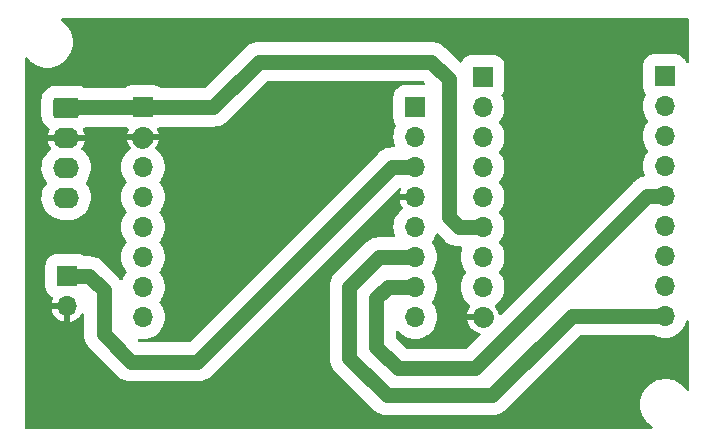
<source format=gbr>
%TF.GenerationSoftware,KiCad,Pcbnew,7.0.11-7.0.11~ubuntu22.04.1*%
%TF.CreationDate,2024-11-08T22:36:37-03:00*%
%TF.ProjectId,esp32cam_board,65737033-3263-4616-9d5f-626f6172642e,rev?*%
%TF.SameCoordinates,Original*%
%TF.FileFunction,Copper,L2,Bot*%
%TF.FilePolarity,Positive*%
%FSLAX46Y46*%
G04 Gerber Fmt 4.6, Leading zero omitted, Abs format (unit mm)*
G04 Created by KiCad (PCBNEW 7.0.11-7.0.11~ubuntu22.04.1) date 2024-11-08 22:36:37*
%MOMM*%
%LPD*%
G01*
G04 APERTURE LIST*
G04 Aperture macros list*
%AMRoundRect*
0 Rectangle with rounded corners*
0 $1 Rounding radius*
0 $2 $3 $4 $5 $6 $7 $8 $9 X,Y pos of 4 corners*
0 Add a 4 corners polygon primitive as box body*
4,1,4,$2,$3,$4,$5,$6,$7,$8,$9,$2,$3,0*
0 Add four circle primitives for the rounded corners*
1,1,$1+$1,$2,$3*
1,1,$1+$1,$4,$5*
1,1,$1+$1,$6,$7*
1,1,$1+$1,$8,$9*
0 Add four rect primitives between the rounded corners*
20,1,$1+$1,$2,$3,$4,$5,0*
20,1,$1+$1,$4,$5,$6,$7,0*
20,1,$1+$1,$6,$7,$8,$9,0*
20,1,$1+$1,$8,$9,$2,$3,0*%
G04 Aperture macros list end*
%TA.AperFunction,ComponentPad*%
%ADD10R,1.700000X1.700000*%
%TD*%
%TA.AperFunction,ComponentPad*%
%ADD11O,1.700000X1.700000*%
%TD*%
%TA.AperFunction,ComponentPad*%
%ADD12RoundRect,0.250000X-0.845000X0.620000X-0.845000X-0.620000X0.845000X-0.620000X0.845000X0.620000X0*%
%TD*%
%TA.AperFunction,ComponentPad*%
%ADD13O,2.190000X1.740000*%
%TD*%
%TA.AperFunction,Conductor*%
%ADD14C,0.200000*%
%TD*%
%TA.AperFunction,Conductor*%
%ADD15C,1.300000*%
%TD*%
%TA.AperFunction,Conductor*%
%ADD16C,1.000000*%
%TD*%
%TA.AperFunction,Conductor*%
%ADD17C,1.750000*%
%TD*%
G04 APERTURE END LIST*
D10*
%TO.P,J5,1,Pin_1*%
%TO.N,unconnected-(J5-Pin_1-Pad1)*%
X122450000Y-73550000D03*
D11*
%TO.P,J5,2,Pin_2*%
%TO.N,unconnected-(J5-Pin_2-Pad2)*%
X122450000Y-76090000D03*
%TO.P,J5,3,Pin_3*%
%TO.N,Net-(J5-Pin_3)*%
X122450000Y-78630000D03*
%TO.P,J5,4,Pin_4*%
%TO.N,GND*%
X122450000Y-81170000D03*
%TO.P,J5,5,Pin_5*%
%TO.N,unconnected-(J5-Pin_5-Pad5)*%
X122450000Y-83710000D03*
%TO.P,J5,6,Pin_6*%
%TO.N,Net-(J3-Pin_9)*%
X122450000Y-86250000D03*
%TO.P,J5,7,Pin_7*%
%TO.N,Net-(J3-Pin_5)*%
X122450000Y-88790000D03*
%TO.P,J5,8,Pin_8*%
%TO.N,unconnected-(J5-Pin_8-Pad8)*%
X122450000Y-91330000D03*
%TD*%
D10*
%TO.P,J6,1,Pin_1*%
%TO.N,Net-(J5-Pin_3)*%
X92990000Y-87855000D03*
D11*
%TO.P,J6,2,Pin_2*%
%TO.N,GND*%
X92990000Y-90395000D03*
%TD*%
D10*
%TO.P,J4,1,Pin_1*%
%TO.N,Net-(J1-Pin_1)*%
X99400000Y-73570000D03*
D11*
%TO.P,J4,2,Pin_2*%
%TO.N,GND*%
X99400000Y-76110000D03*
%TO.P,J4,3,Pin_3*%
%TO.N,unconnected-(J4-Pin_3-Pad3)*%
X99400000Y-78650000D03*
%TO.P,J4,4,Pin_4*%
%TO.N,unconnected-(J4-Pin_4-Pad4)*%
X99400000Y-81190000D03*
%TO.P,J4,5,Pin_5*%
%TO.N,unconnected-(J4-Pin_5-Pad5)*%
X99400000Y-83730000D03*
%TO.P,J4,6,Pin_6*%
%TO.N,unconnected-(J4-Pin_6-Pad6)*%
X99400000Y-86270000D03*
%TO.P,J4,7,Pin_7*%
%TO.N,unconnected-(J4-Pin_7-Pad7)*%
X99400000Y-88810000D03*
%TO.P,J4,8,Pin_8*%
%TO.N,unconnected-(J4-Pin_8-Pad8)*%
X99400000Y-91350000D03*
%TD*%
D10*
%TO.P,J2,1,Pin_1*%
%TO.N,unconnected-(J2-Pin_1-Pad1)*%
X128150000Y-71000000D03*
D11*
%TO.P,J2,2,Pin_2*%
%TO.N,unconnected-(J2-Pin_2-Pad2)*%
X128150000Y-73540000D03*
%TO.P,J2,3,Pin_3*%
%TO.N,unconnected-(J2-Pin_3-Pad3)*%
X128150000Y-76080000D03*
%TO.P,J2,4,Pin_4*%
%TO.N,unconnected-(J2-Pin_4-Pad4)*%
X128150000Y-78620000D03*
%TO.P,J2,5,Pin_5*%
%TO.N,unconnected-(J2-Pin_5-Pad5)*%
X128150000Y-81160000D03*
%TO.P,J2,6,Pin_6*%
%TO.N,Net-(J1-Pin_1)*%
X128150000Y-83700000D03*
%TO.P,J2,7,Pin_7*%
%TO.N,unconnected-(J2-Pin_7-Pad7)*%
X128150000Y-86240000D03*
%TO.P,J2,8,Pin_8*%
%TO.N,unconnected-(J2-Pin_8-Pad8)*%
X128150000Y-88780000D03*
%TO.P,J2,9,Pin_9*%
%TO.N,GND*%
X128150000Y-91320000D03*
%TD*%
D10*
%TO.P,J3,1,Pin_1*%
%TO.N,unconnected-(J3-Pin_1-Pad1)*%
X143585000Y-70930000D03*
D11*
%TO.P,J3,2,Pin_2*%
%TO.N,unconnected-(J3-Pin_2-Pad2)*%
X143585000Y-73470000D03*
%TO.P,J3,3,Pin_3*%
%TO.N,unconnected-(J3-Pin_3-Pad3)*%
X143585000Y-76010000D03*
%TO.P,J3,4,Pin_4*%
%TO.N,unconnected-(J3-Pin_4-Pad4)*%
X143585000Y-78550000D03*
%TO.P,J3,5,Pin_5*%
%TO.N,Net-(J3-Pin_5)*%
X143585000Y-81090000D03*
%TO.P,J3,6,Pin_6*%
%TO.N,unconnected-(J3-Pin_6-Pad6)*%
X143585000Y-83630000D03*
%TO.P,J3,7,Pin_7*%
%TO.N,unconnected-(J3-Pin_7-Pad7)*%
X143585000Y-86170000D03*
%TO.P,J3,8,Pin_8*%
%TO.N,unconnected-(J3-Pin_8-Pad8)*%
X143585000Y-88710000D03*
%TO.P,J3,9,Pin_9*%
%TO.N,Net-(J3-Pin_9)*%
X143585000Y-91250000D03*
%TD*%
D12*
%TO.P,J1,1,Pin_1*%
%TO.N,Net-(J1-Pin_1)*%
X92900000Y-73620000D03*
D13*
%TO.P,J1,2,Pin_2*%
%TO.N,GND*%
X92900000Y-76160000D03*
%TO.P,J1,3,Pin_3*%
%TO.N,unconnected-(J1-Pin_3-Pad3)*%
X92900000Y-78700000D03*
%TO.P,J1,4,Pin_4*%
%TO.N,unconnected-(J1-Pin_4-Pad4)*%
X92900000Y-81240000D03*
%TD*%
D14*
%TO.N,Net-(J1-Pin_1)*%
X99433200Y-73685400D02*
X99583900Y-73534700D01*
D15*
X92900000Y-73620000D02*
X92950000Y-73570000D01*
X92950000Y-73570000D02*
X99400000Y-73570000D01*
D16*
X127366598Y-83700000D02*
X128150000Y-83700000D01*
D15*
X105360000Y-73570000D02*
X109220000Y-69710000D01*
X123820000Y-69710000D02*
X125280000Y-71170000D01*
X99400000Y-73570000D02*
X105360000Y-73570000D01*
X125280000Y-82830000D02*
X126150000Y-83700000D01*
D16*
X99350000Y-73620000D02*
X99400000Y-73570000D01*
D15*
X126150000Y-83700000D02*
X127366598Y-83700000D01*
X109220000Y-69710000D02*
X123820000Y-69710000D01*
X125280000Y-71170000D02*
X125280000Y-82830000D01*
D17*
%TO.N,GND*%
X99350000Y-76160000D02*
X99400000Y-76110000D01*
X128144700Y-91314700D02*
X128150000Y-91320000D01*
D14*
X99433200Y-76225400D02*
X99583900Y-76074700D01*
D15*
%TO.N,Net-(J3-Pin_5)*%
X127480000Y-95680000D02*
X142070000Y-81090000D01*
X120102692Y-88790000D02*
X119160000Y-89732692D01*
X119160000Y-89732692D02*
X119160000Y-93847308D01*
X122450000Y-88790000D02*
X120102692Y-88790000D01*
X120992692Y-95680000D02*
X127480000Y-95680000D01*
X142070000Y-81090000D02*
X143585000Y-81090000D01*
X119160000Y-93847308D02*
X120992692Y-95680000D01*
%TO.N,Net-(J3-Pin_9)*%
X116860000Y-94800000D02*
X116860000Y-88780000D01*
X143585000Y-91250000D02*
X135682158Y-91250000D01*
X119390000Y-86250000D02*
X122450000Y-86250000D01*
X120040000Y-97980000D02*
X116860000Y-94800000D01*
X116860000Y-88780000D02*
X119390000Y-86250000D01*
X135682158Y-91250000D02*
X128952158Y-97980000D01*
X128952158Y-97980000D02*
X120040000Y-97980000D01*
%TO.N,Net-(J5-Pin_3)*%
X120500000Y-78630000D02*
X122450000Y-78630000D01*
X96060000Y-89060000D02*
X96060000Y-92800000D01*
X98380000Y-95120000D02*
X104010000Y-95120000D01*
X104010000Y-95120000D02*
X120500000Y-78630000D01*
X92990000Y-87855000D02*
X94855000Y-87855000D01*
X96060000Y-92800000D02*
X98380000Y-95120000D01*
X94855000Y-87855000D02*
X96060000Y-89060000D01*
%TD*%
%TA.AperFunction,Conductor*%
%TO.N,GND*%
G36*
X145572539Y-66050185D02*
G01*
X145618294Y-66102989D01*
X145629500Y-66154500D01*
X145629500Y-69733562D01*
X145609815Y-69800601D01*
X145557011Y-69846356D01*
X145487853Y-69856300D01*
X145424297Y-69827275D01*
X145386523Y-69768497D01*
X145386284Y-69767674D01*
X145373361Y-69722510D01*
X145368909Y-69706951D01*
X145274698Y-69526593D01*
X145217394Y-69456315D01*
X145146109Y-69368890D01*
X144988409Y-69240304D01*
X144988410Y-69240304D01*
X144988407Y-69240302D01*
X144808049Y-69146091D01*
X144808048Y-69146090D01*
X144808045Y-69146089D01*
X144690829Y-69112550D01*
X144612418Y-69090114D01*
X144612415Y-69090113D01*
X144612413Y-69090113D01*
X144546102Y-69084217D01*
X144493037Y-69079500D01*
X144493032Y-69079500D01*
X142676971Y-69079500D01*
X142676965Y-69079500D01*
X142676964Y-69079501D01*
X142665316Y-69080536D01*
X142557584Y-69090113D01*
X142361954Y-69146089D01*
X142335107Y-69160113D01*
X142181593Y-69240302D01*
X142181591Y-69240303D01*
X142181590Y-69240304D01*
X142023890Y-69368890D01*
X141895304Y-69526590D01*
X141801089Y-69706954D01*
X141745114Y-69902583D01*
X141745113Y-69902586D01*
X141734500Y-70021966D01*
X141734500Y-71838028D01*
X141734501Y-71838034D01*
X141745113Y-71957415D01*
X141801089Y-72153045D01*
X141801090Y-72153047D01*
X141801091Y-72153049D01*
X141895302Y-72333407D01*
X141895304Y-72333409D01*
X141963551Y-72417108D01*
X141990660Y-72481505D01*
X141978651Y-72550334D01*
X141976282Y-72554895D01*
X141897426Y-72699309D01*
X141804921Y-72947326D01*
X141748658Y-73205965D01*
X141748657Y-73205972D01*
X141729773Y-73469998D01*
X141729773Y-73470001D01*
X141748657Y-73734027D01*
X141748658Y-73734034D01*
X141804921Y-73992673D01*
X141897426Y-74240690D01*
X141897428Y-74240694D01*
X142024280Y-74473005D01*
X142024285Y-74473013D01*
X142168520Y-74665690D01*
X142192937Y-74731155D01*
X142178085Y-74799427D01*
X142168520Y-74814310D01*
X142024285Y-75006986D01*
X142024280Y-75006994D01*
X141897428Y-75239305D01*
X141897426Y-75239309D01*
X141804921Y-75487326D01*
X141748658Y-75745965D01*
X141748657Y-75745972D01*
X141729773Y-76009998D01*
X141729773Y-76010001D01*
X141748657Y-76274027D01*
X141748658Y-76274034D01*
X141804921Y-76532673D01*
X141897426Y-76780690D01*
X141897428Y-76780694D01*
X142024280Y-77013005D01*
X142024284Y-77013011D01*
X142168520Y-77205690D01*
X142192937Y-77271155D01*
X142178085Y-77339427D01*
X142168520Y-77354310D01*
X142024285Y-77546986D01*
X142024280Y-77546994D01*
X141897428Y-77779305D01*
X141897426Y-77779309D01*
X141804921Y-78027326D01*
X141748658Y-78285965D01*
X141748657Y-78285972D01*
X141729773Y-78549998D01*
X141729773Y-78550001D01*
X141748657Y-78814027D01*
X141748658Y-78814034D01*
X141804921Y-79072673D01*
X141887286Y-79293502D01*
X141892270Y-79363193D01*
X141858785Y-79424516D01*
X141800052Y-79457408D01*
X141558390Y-79515427D01*
X141558388Y-79515427D01*
X141558387Y-79515428D01*
X141318376Y-79614843D01*
X141096859Y-79750588D01*
X140933630Y-79890000D01*
X140908861Y-79911155D01*
X140899310Y-79919312D01*
X140860222Y-79965076D01*
X140853615Y-79972223D01*
X129690661Y-91135177D01*
X129629338Y-91168662D01*
X129559646Y-91163678D01*
X129503713Y-91121806D01*
X129483205Y-91079589D01*
X129423433Y-90856516D01*
X129423429Y-90856507D01*
X129323600Y-90642422D01*
X129323599Y-90642420D01*
X129195230Y-90459090D01*
X129172903Y-90392884D01*
X129189913Y-90325117D01*
X129222489Y-90288705D01*
X129364915Y-90182087D01*
X129552087Y-89994915D01*
X129710716Y-89783011D01*
X129837574Y-89550689D01*
X129930077Y-89302678D01*
X129986343Y-89044026D01*
X130005227Y-88780000D01*
X129986343Y-88515974D01*
X129959653Y-88393280D01*
X129930078Y-88257326D01*
X129927153Y-88249485D01*
X129837574Y-88009311D01*
X129727097Y-87806989D01*
X129710719Y-87776994D01*
X129710714Y-87776986D01*
X129566479Y-87584310D01*
X129542062Y-87518846D01*
X129556914Y-87450573D01*
X129566479Y-87435690D01*
X129628263Y-87353155D01*
X129710716Y-87243011D01*
X129837574Y-87010689D01*
X129930077Y-86762678D01*
X129986343Y-86504026D01*
X130005227Y-86240000D01*
X129986343Y-85975974D01*
X129930077Y-85717322D01*
X129837574Y-85469311D01*
X129775484Y-85355603D01*
X129710719Y-85236994D01*
X129710714Y-85236986D01*
X129566479Y-85044310D01*
X129542062Y-84978846D01*
X129556914Y-84910573D01*
X129566479Y-84895690D01*
X129656943Y-84774843D01*
X129710716Y-84703011D01*
X129837574Y-84470689D01*
X129930077Y-84222678D01*
X129986343Y-83964026D01*
X130005227Y-83700000D01*
X129986343Y-83435974D01*
X129930077Y-83177322D01*
X129837574Y-82929311D01*
X129727097Y-82726989D01*
X129710719Y-82696994D01*
X129710714Y-82696986D01*
X129566479Y-82504310D01*
X129542062Y-82438846D01*
X129556914Y-82370573D01*
X129566479Y-82355690D01*
X129628263Y-82273155D01*
X129710716Y-82163011D01*
X129837574Y-81930689D01*
X129930077Y-81682678D01*
X129986343Y-81424026D01*
X130005227Y-81160000D01*
X129986343Y-80895974D01*
X129930077Y-80637322D01*
X129837574Y-80389311D01*
X129798402Y-80317574D01*
X129710719Y-80156994D01*
X129710714Y-80156986D01*
X129566479Y-79964310D01*
X129542062Y-79898846D01*
X129556914Y-79830573D01*
X129566479Y-79815690D01*
X129628263Y-79733155D01*
X129710716Y-79623011D01*
X129837574Y-79390689D01*
X129930077Y-79142678D01*
X129986343Y-78884026D01*
X130005227Y-78620000D01*
X129986343Y-78355974D01*
X129930077Y-78097322D01*
X129837574Y-77849311D01*
X129727097Y-77646989D01*
X129710719Y-77616994D01*
X129710714Y-77616986D01*
X129566479Y-77424310D01*
X129542062Y-77358846D01*
X129556914Y-77290573D01*
X129566479Y-77275690D01*
X129667083Y-77141298D01*
X129710716Y-77083011D01*
X129837574Y-76850689D01*
X129930077Y-76602678D01*
X129986343Y-76344026D01*
X130005227Y-76080000D01*
X129986343Y-75815974D01*
X129930077Y-75557322D01*
X129837574Y-75309311D01*
X129810481Y-75259695D01*
X129710719Y-75076994D01*
X129710714Y-75076986D01*
X129566479Y-74884310D01*
X129542062Y-74818846D01*
X129556914Y-74750573D01*
X129566479Y-74735690D01*
X129684959Y-74577418D01*
X129710716Y-74543011D01*
X129837574Y-74310689D01*
X129930077Y-74062678D01*
X129986343Y-73804026D01*
X130005227Y-73540000D01*
X129986343Y-73275974D01*
X129930077Y-73017322D01*
X129837574Y-72769311D01*
X129758717Y-72624896D01*
X129743865Y-72556624D01*
X129768282Y-72491159D01*
X129771426Y-72487134D01*
X129839698Y-72403407D01*
X129933909Y-72223049D01*
X129989886Y-72027418D01*
X130000500Y-71908037D01*
X130000499Y-70091964D01*
X129989886Y-69972582D01*
X129933909Y-69776951D01*
X129839698Y-69596593D01*
X129782618Y-69526590D01*
X129711109Y-69438890D01*
X129594147Y-69343521D01*
X129553407Y-69310302D01*
X129373049Y-69216091D01*
X129373048Y-69216090D01*
X129373045Y-69216089D01*
X129255829Y-69182550D01*
X129177418Y-69160114D01*
X129177415Y-69160113D01*
X129177413Y-69160113D01*
X129111102Y-69154217D01*
X129058037Y-69149500D01*
X129058032Y-69149500D01*
X127241971Y-69149500D01*
X127241965Y-69149500D01*
X127241964Y-69149501D01*
X127230316Y-69150536D01*
X127122584Y-69160113D01*
X126926954Y-69216089D01*
X126836772Y-69263196D01*
X126746593Y-69310302D01*
X126746591Y-69310303D01*
X126746590Y-69310304D01*
X126588890Y-69438890D01*
X126460304Y-69596590D01*
X126460302Y-69596593D01*
X126402655Y-69706954D01*
X126394529Y-69722510D01*
X126346042Y-69772817D01*
X126278054Y-69788924D01*
X126212151Y-69765717D01*
X126196939Y-69752779D01*
X125036385Y-68592225D01*
X125029776Y-68585076D01*
X124990689Y-68539311D01*
X124793140Y-68370588D01*
X124571628Y-68234846D01*
X124571627Y-68234845D01*
X124571623Y-68234843D01*
X124405627Y-68166086D01*
X124331610Y-68135427D01*
X124331611Y-68135427D01*
X124193921Y-68102370D01*
X124078994Y-68074779D01*
X124078992Y-68074778D01*
X124078991Y-68074778D01*
X123884853Y-68059500D01*
X123884853Y-68059499D01*
X123824730Y-68054768D01*
X123820000Y-68054396D01*
X123819999Y-68054396D01*
X123760000Y-68059118D01*
X123750272Y-68059500D01*
X109289728Y-68059500D01*
X109280000Y-68059118D01*
X109220000Y-68054396D01*
X109155146Y-68059499D01*
X109155147Y-68059500D01*
X108961009Y-68074778D01*
X108708394Y-68135425D01*
X108538671Y-68205727D01*
X108538670Y-68205727D01*
X108468373Y-68234844D01*
X108468371Y-68234845D01*
X108297059Y-68339826D01*
X108258409Y-68363511D01*
X108253875Y-68366288D01*
X108246856Y-68370589D01*
X108049311Y-68539311D01*
X108049303Y-68539318D01*
X108010217Y-68585082D01*
X108003609Y-68592230D01*
X104712659Y-71883181D01*
X104651336Y-71916666D01*
X104624978Y-71919500D01*
X100895626Y-71919500D01*
X100828587Y-71899815D01*
X100817265Y-71891602D01*
X100806937Y-71883181D01*
X100803407Y-71880302D01*
X100623049Y-71786091D01*
X100623048Y-71786090D01*
X100623045Y-71786089D01*
X100505829Y-71752550D01*
X100427418Y-71730114D01*
X100427415Y-71730113D01*
X100427413Y-71730113D01*
X100361102Y-71724217D01*
X100308037Y-71719500D01*
X100308032Y-71719500D01*
X98491971Y-71719500D01*
X98491965Y-71719500D01*
X98491964Y-71719501D01*
X98480316Y-71720536D01*
X98372584Y-71730113D01*
X98176954Y-71786089D01*
X98121795Y-71814902D01*
X97996593Y-71880302D01*
X97996591Y-71880303D01*
X97996590Y-71880304D01*
X97982735Y-71891602D01*
X97918339Y-71918711D01*
X97904374Y-71919500D01*
X94416802Y-71919500D01*
X94365521Y-71908399D01*
X94159681Y-71814903D01*
X94159678Y-71814902D01*
X93941420Y-71759905D01*
X93941413Y-71759904D01*
X93897347Y-71756436D01*
X93809217Y-71749500D01*
X93809215Y-71749500D01*
X91990791Y-71749500D01*
X91990776Y-71749501D01*
X91858586Y-71759904D01*
X91858579Y-71759905D01*
X91640321Y-71814902D01*
X91640318Y-71814903D01*
X91435377Y-71907991D01*
X91435367Y-71907997D01*
X91250354Y-72036174D01*
X91250342Y-72036184D01*
X91091184Y-72195342D01*
X91091174Y-72195354D01*
X90962997Y-72380367D01*
X90962991Y-72380377D01*
X90869903Y-72585318D01*
X90869902Y-72585321D01*
X90814905Y-72803579D01*
X90814904Y-72803586D01*
X90804500Y-72935777D01*
X90804500Y-74304208D01*
X90804501Y-74304223D01*
X90814904Y-74436413D01*
X90814905Y-74436420D01*
X90869902Y-74654678D01*
X90869903Y-74654681D01*
X90962991Y-74859622D01*
X90962997Y-74859632D01*
X91091174Y-75044645D01*
X91091178Y-75044650D01*
X91091181Y-75044654D01*
X91250346Y-75203819D01*
X91250350Y-75203822D01*
X91250354Y-75203825D01*
X91437719Y-75333632D01*
X91481616Y-75387990D01*
X91489155Y-75457452D01*
X91477826Y-75491385D01*
X91399196Y-75647338D01*
X91330906Y-75870329D01*
X91325826Y-75909999D01*
X91325827Y-75910000D01*
X92354118Y-75910000D01*
X92315444Y-76003369D01*
X92294823Y-76160000D01*
X92315444Y-76316631D01*
X92354118Y-76410000D01*
X91327424Y-76410000D01*
X91360316Y-76562619D01*
X91360316Y-76562620D01*
X91447267Y-76779005D01*
X91569541Y-76977592D01*
X91593676Y-77005015D01*
X91623190Y-77068345D01*
X91613780Y-77137578D01*
X91576378Y-77185083D01*
X91423442Y-77303177D01*
X91233403Y-77500287D01*
X91233396Y-77500295D01*
X91074089Y-77722966D01*
X91074082Y-77722977D01*
X90948891Y-77966476D01*
X90948886Y-77966486D01*
X90860483Y-78225613D01*
X90860480Y-78225627D01*
X90810747Y-78494876D01*
X90810747Y-78494878D01*
X90800747Y-78768495D01*
X90830695Y-79040656D01*
X90830696Y-79040666D01*
X90899947Y-79305557D01*
X90899949Y-79305563D01*
X91007036Y-79557559D01*
X91149673Y-79791278D01*
X91185988Y-79834915D01*
X91229244Y-79886893D01*
X91256996Y-79951015D01*
X91245676Y-80019961D01*
X91234779Y-80038362D01*
X91074089Y-80262966D01*
X91074082Y-80262977D01*
X90948891Y-80506476D01*
X90948886Y-80506486D01*
X90860483Y-80765613D01*
X90860480Y-80765627D01*
X90810747Y-81034876D01*
X90810747Y-81034878D01*
X90800747Y-81308495D01*
X90830695Y-81580656D01*
X90830696Y-81580666D01*
X90865655Y-81714386D01*
X90899949Y-81845563D01*
X91007036Y-82097559D01*
X91121851Y-82285690D01*
X91149670Y-82331273D01*
X91149677Y-82331283D01*
X91324817Y-82541736D01*
X91324823Y-82541742D01*
X91419970Y-82626994D01*
X91528742Y-82724454D01*
X91757095Y-82875531D01*
X92005012Y-82991750D01*
X92267209Y-83070633D01*
X92538097Y-83110500D01*
X92538102Y-83110500D01*
X93193353Y-83110500D01*
X93193354Y-83110500D01*
X93193356Y-83110499D01*
X93193372Y-83110499D01*
X93240101Y-83107078D01*
X93398075Y-83095516D01*
X93665331Y-83035983D01*
X93921070Y-82938171D01*
X94159842Y-82804165D01*
X94376558Y-82636822D01*
X94566600Y-82439709D01*
X94725916Y-82217025D01*
X94851112Y-81973518D01*
X94939519Y-81714377D01*
X94989252Y-81445126D01*
X94999252Y-81171503D01*
X94969305Y-80899340D01*
X94900051Y-80634437D01*
X94792964Y-80382441D01*
X94650327Y-80148722D01*
X94598950Y-80086986D01*
X94570756Y-80053107D01*
X94543003Y-79988986D01*
X94554322Y-79920039D01*
X94565220Y-79901638D01*
X94644175Y-79791278D01*
X94725916Y-79677025D01*
X94851112Y-79433518D01*
X94939519Y-79174377D01*
X94989252Y-78905126D01*
X94999252Y-78631503D01*
X94969305Y-78359340D01*
X94900051Y-78094437D01*
X94792964Y-77842441D01*
X94650327Y-77608722D01*
X94564077Y-77505082D01*
X94475182Y-77398263D01*
X94475176Y-77398257D01*
X94271258Y-77215546D01*
X94230532Y-77188602D01*
X94185482Y-77135194D01*
X94176458Y-77065910D01*
X94199256Y-77011451D01*
X94295810Y-76880902D01*
X94400803Y-76672661D01*
X94469093Y-76449670D01*
X94474173Y-76410000D01*
X93445882Y-76410000D01*
X93484556Y-76316631D01*
X93505177Y-76160000D01*
X93484556Y-76003369D01*
X93445882Y-75910000D01*
X94472576Y-75910000D01*
X94472575Y-75909999D01*
X94439683Y-75757380D01*
X94439683Y-75757379D01*
X94352731Y-75540991D01*
X94327684Y-75500311D01*
X94309297Y-75432904D01*
X94330272Y-75366257D01*
X94362658Y-75333370D01*
X94364624Y-75332007D01*
X94364626Y-75332007D01*
X94493717Y-75242571D01*
X94560033Y-75220575D01*
X94564333Y-75220500D01*
X97904374Y-75220500D01*
X97971413Y-75240185D01*
X97982730Y-75248394D01*
X97996593Y-75259698D01*
X98141089Y-75335176D01*
X98191395Y-75383662D01*
X98207502Y-75451650D01*
X98196058Y-75497488D01*
X98126571Y-75646502D01*
X98126567Y-75646513D01*
X98069364Y-75859999D01*
X98069364Y-75860000D01*
X98966314Y-75860000D01*
X98940507Y-75900156D01*
X98900000Y-76038111D01*
X98900000Y-76181889D01*
X98940507Y-76319844D01*
X98966314Y-76360000D01*
X98069364Y-76360000D01*
X98126567Y-76573486D01*
X98126570Y-76573492D01*
X98226399Y-76787578D01*
X98354769Y-76970907D01*
X98377096Y-77037113D01*
X98360086Y-77104881D01*
X98327505Y-77141298D01*
X98185086Y-77247912D01*
X98185074Y-77247922D01*
X97997922Y-77435074D01*
X97997906Y-77435092D01*
X97839285Y-77646986D01*
X97839280Y-77646994D01*
X97712428Y-77879305D01*
X97712426Y-77879309D01*
X97619921Y-78127326D01*
X97563658Y-78385965D01*
X97563657Y-78385972D01*
X97544773Y-78649998D01*
X97544773Y-78650001D01*
X97563657Y-78914027D01*
X97563658Y-78914034D01*
X97619921Y-79172673D01*
X97712426Y-79420690D01*
X97712428Y-79420694D01*
X97839280Y-79653005D01*
X97839285Y-79653013D01*
X97983520Y-79845690D01*
X98007937Y-79911155D01*
X97993085Y-79979427D01*
X97983520Y-79994310D01*
X97839285Y-80186986D01*
X97839280Y-80186994D01*
X97712428Y-80419305D01*
X97712426Y-80419309D01*
X97619921Y-80667326D01*
X97563658Y-80925965D01*
X97563657Y-80925972D01*
X97544773Y-81189998D01*
X97544773Y-81190001D01*
X97563657Y-81454027D01*
X97563658Y-81454034D01*
X97619921Y-81712673D01*
X97712426Y-81960690D01*
X97712428Y-81960694D01*
X97839280Y-82193005D01*
X97839285Y-82193013D01*
X97983520Y-82385690D01*
X98007937Y-82451155D01*
X97993085Y-82519427D01*
X97983520Y-82534310D01*
X97839285Y-82726986D01*
X97839280Y-82726994D01*
X97712428Y-82959305D01*
X97712426Y-82959309D01*
X97619921Y-83207326D01*
X97563658Y-83465965D01*
X97563657Y-83465972D01*
X97544773Y-83729998D01*
X97544773Y-83730001D01*
X97563657Y-83994027D01*
X97563658Y-83994034D01*
X97619921Y-84252673D01*
X97712426Y-84500690D01*
X97712428Y-84500694D01*
X97839280Y-84733005D01*
X97839285Y-84733013D01*
X97983520Y-84925690D01*
X98007937Y-84991155D01*
X97993085Y-85059427D01*
X97983520Y-85074310D01*
X97839285Y-85266986D01*
X97839280Y-85266994D01*
X97712428Y-85499305D01*
X97712426Y-85499309D01*
X97619921Y-85747326D01*
X97563658Y-86005965D01*
X97563657Y-86005972D01*
X97544773Y-86269998D01*
X97544773Y-86270001D01*
X97563657Y-86534027D01*
X97563658Y-86534034D01*
X97619921Y-86792673D01*
X97712426Y-87040690D01*
X97712428Y-87040694D01*
X97839280Y-87273005D01*
X97839285Y-87273013D01*
X97983520Y-87465690D01*
X98007937Y-87531155D01*
X97993085Y-87599427D01*
X97983520Y-87614310D01*
X97839285Y-87806986D01*
X97839280Y-87806994D01*
X97712428Y-88039305D01*
X97671906Y-88147950D01*
X97630034Y-88203883D01*
X97564570Y-88228300D01*
X97496297Y-88213448D01*
X97449997Y-88169406D01*
X97399415Y-88086865D01*
X97399414Y-88086862D01*
X97357999Y-88038372D01*
X97341714Y-88019305D01*
X97230689Y-87889311D01*
X97184916Y-87850217D01*
X97177767Y-87843608D01*
X96071385Y-86737225D01*
X96064776Y-86730076D01*
X96025689Y-86684311D01*
X95828140Y-86515588D01*
X95606628Y-86379846D01*
X95606627Y-86379845D01*
X95606623Y-86379843D01*
X95440627Y-86311086D01*
X95366610Y-86280427D01*
X95366611Y-86280427D01*
X95198212Y-86239998D01*
X95113994Y-86219779D01*
X95113992Y-86219778D01*
X95113991Y-86219778D01*
X94919853Y-86204500D01*
X94919853Y-86204499D01*
X94859730Y-86199768D01*
X94855000Y-86199396D01*
X94854999Y-86199396D01*
X94795000Y-86204118D01*
X94785272Y-86204500D01*
X94485626Y-86204500D01*
X94418587Y-86184815D01*
X94407265Y-86176602D01*
X94399169Y-86170001D01*
X94393407Y-86165302D01*
X94213049Y-86071091D01*
X94213048Y-86071090D01*
X94213045Y-86071089D01*
X94095829Y-86037550D01*
X94017418Y-86015114D01*
X94017415Y-86015113D01*
X94017413Y-86015113D01*
X93951102Y-86009217D01*
X93898037Y-86004500D01*
X93898032Y-86004500D01*
X92081971Y-86004500D01*
X92081965Y-86004500D01*
X92081964Y-86004501D01*
X92070316Y-86005536D01*
X91962584Y-86015113D01*
X91766954Y-86071089D01*
X91676772Y-86118196D01*
X91586593Y-86165302D01*
X91586591Y-86165303D01*
X91586590Y-86165304D01*
X91428890Y-86293890D01*
X91314625Y-86434027D01*
X91300302Y-86451593D01*
X91253196Y-86541772D01*
X91206089Y-86631954D01*
X91150114Y-86827583D01*
X91150113Y-86827586D01*
X91142607Y-86912016D01*
X91140058Y-86940694D01*
X91139500Y-86946966D01*
X91139500Y-88763028D01*
X91139501Y-88763034D01*
X91150113Y-88882415D01*
X91206089Y-89078045D01*
X91206090Y-89078048D01*
X91206091Y-89078049D01*
X91300302Y-89258407D01*
X91300304Y-89258409D01*
X91428890Y-89416109D01*
X91448583Y-89432166D01*
X91586593Y-89544698D01*
X91731089Y-89620176D01*
X91781395Y-89668662D01*
X91797502Y-89736650D01*
X91786058Y-89782488D01*
X91716571Y-89931502D01*
X91716567Y-89931513D01*
X91659364Y-90144999D01*
X91659364Y-90145000D01*
X92556314Y-90145000D01*
X92530507Y-90185156D01*
X92490000Y-90323111D01*
X92490000Y-90466889D01*
X92530507Y-90604844D01*
X92556314Y-90645000D01*
X91659364Y-90645000D01*
X91716567Y-90858486D01*
X91716570Y-90858492D01*
X91816399Y-91072578D01*
X91951894Y-91266082D01*
X92118917Y-91433105D01*
X92312421Y-91568600D01*
X92526507Y-91668429D01*
X92526516Y-91668433D01*
X92740000Y-91725634D01*
X92740000Y-90830501D01*
X92847685Y-90879680D01*
X92954237Y-90895000D01*
X93025763Y-90895000D01*
X93132315Y-90879680D01*
X93240000Y-90830501D01*
X93240000Y-91725633D01*
X93453483Y-91668433D01*
X93453492Y-91668429D01*
X93667578Y-91568600D01*
X93861082Y-91433105D01*
X94028105Y-91266082D01*
X94163600Y-91072578D01*
X94173118Y-91052167D01*
X94219290Y-90999728D01*
X94286484Y-90980576D01*
X94353365Y-91000792D01*
X94398700Y-91053957D01*
X94409500Y-91104572D01*
X94409500Y-92730271D01*
X94409118Y-92739999D01*
X94404396Y-92799999D01*
X94409500Y-92864853D01*
X94424778Y-93058990D01*
X94485427Y-93311610D01*
X94584843Y-93551623D01*
X94584845Y-93551627D01*
X94584846Y-93551628D01*
X94720588Y-93773140D01*
X94889311Y-93970689D01*
X94915646Y-93993181D01*
X94935076Y-94009776D01*
X94942225Y-94016385D01*
X97163608Y-96237767D01*
X97170217Y-96244916D01*
X97209311Y-96290689D01*
X97343652Y-96405427D01*
X97343651Y-96405427D01*
X97406856Y-96459409D01*
X97406860Y-96459412D01*
X97628371Y-96595154D01*
X97698671Y-96624272D01*
X97698673Y-96624273D01*
X97723525Y-96634567D01*
X97868390Y-96694573D01*
X98121006Y-96755221D01*
X98380000Y-96775604D01*
X98436404Y-96771164D01*
X98440000Y-96770882D01*
X98449728Y-96770500D01*
X103940272Y-96770500D01*
X103950000Y-96770882D01*
X103953882Y-96771187D01*
X104010000Y-96775604D01*
X104074853Y-96770500D01*
X104268994Y-96755221D01*
X104521610Y-96694573D01*
X104761628Y-96595154D01*
X104983140Y-96459412D01*
X105180689Y-96290689D01*
X105219782Y-96244916D01*
X105226373Y-96237785D01*
X121045333Y-80418825D01*
X121106654Y-80385342D01*
X121176346Y-80390326D01*
X121232279Y-80432198D01*
X121256696Y-80497662D01*
X121245394Y-80558912D01*
X121176571Y-80706502D01*
X121176567Y-80706513D01*
X121119364Y-80919999D01*
X121119364Y-80920000D01*
X122016314Y-80920000D01*
X121990507Y-80960156D01*
X121950000Y-81098111D01*
X121950000Y-81241889D01*
X121990507Y-81379844D01*
X122016314Y-81420000D01*
X121119364Y-81420000D01*
X121176567Y-81633486D01*
X121176570Y-81633492D01*
X121276399Y-81847578D01*
X121404769Y-82030907D01*
X121427096Y-82097113D01*
X121410086Y-82164881D01*
X121377505Y-82201298D01*
X121235086Y-82307912D01*
X121235074Y-82307922D01*
X121047922Y-82495074D01*
X121047906Y-82495092D01*
X120889285Y-82706986D01*
X120889280Y-82706994D01*
X120762428Y-82939305D01*
X120762426Y-82939309D01*
X120669921Y-83187326D01*
X120613658Y-83445965D01*
X120613657Y-83445972D01*
X120594773Y-83709998D01*
X120594773Y-83710001D01*
X120613657Y-83974027D01*
X120613658Y-83974034D01*
X120669921Y-84232670D01*
X120669923Y-84232678D01*
X120744329Y-84432169D01*
X120749313Y-84501858D01*
X120715828Y-84563181D01*
X120654505Y-84596666D01*
X120628147Y-84599500D01*
X119459728Y-84599500D01*
X119450000Y-84599118D01*
X119390000Y-84594396D01*
X119325146Y-84599499D01*
X119325147Y-84599500D01*
X119131009Y-84614778D01*
X118878389Y-84675427D01*
X118723705Y-84739500D01*
X118723704Y-84739500D01*
X118638377Y-84774843D01*
X118638364Y-84774849D01*
X118453454Y-84888163D01*
X118453453Y-84888164D01*
X118416862Y-84910586D01*
X118342251Y-84974310D01*
X118225167Y-85074310D01*
X118219310Y-85079312D01*
X118180222Y-85125076D01*
X118173615Y-85132223D01*
X115742223Y-87563615D01*
X115735076Y-87570222D01*
X115706874Y-87594310D01*
X115689311Y-87609311D01*
X115664692Y-87638136D01*
X115520588Y-87806859D01*
X115384843Y-88028376D01*
X115285428Y-88268387D01*
X115285424Y-88268399D01*
X115255444Y-88393279D01*
X115224779Y-88521003D01*
X115204396Y-88780000D01*
X115209118Y-88839998D01*
X115209500Y-88849727D01*
X115209500Y-94730271D01*
X115209118Y-94739999D01*
X115204396Y-94799999D01*
X115209500Y-94864853D01*
X115224778Y-95058990D01*
X115285427Y-95311610D01*
X115384843Y-95551623D01*
X115384845Y-95551627D01*
X115384846Y-95551628D01*
X115520588Y-95773140D01*
X115689311Y-95970689D01*
X115735076Y-96009776D01*
X115742225Y-96016385D01*
X118823613Y-99097773D01*
X118830222Y-99104922D01*
X118869311Y-99150689D01*
X118916926Y-99191356D01*
X118916940Y-99191369D01*
X119066856Y-99319409D01*
X119066860Y-99319412D01*
X119288372Y-99455154D01*
X119288374Y-99455154D01*
X119288376Y-99455156D01*
X119349693Y-99480554D01*
X119528390Y-99554573D01*
X119781006Y-99615221D01*
X120040000Y-99635604D01*
X120096404Y-99631164D01*
X120100000Y-99630882D01*
X120109728Y-99630500D01*
X128882430Y-99630500D01*
X128892158Y-99630882D01*
X128896040Y-99631187D01*
X128952158Y-99635604D01*
X129017011Y-99630500D01*
X129211152Y-99615221D01*
X129463768Y-99554573D01*
X129703786Y-99455154D01*
X129925298Y-99319412D01*
X130075232Y-99191356D01*
X130122845Y-99150691D01*
X130122847Y-99150689D01*
X130161933Y-99104924D01*
X130168531Y-99097785D01*
X136329499Y-92936819D01*
X136390822Y-92903334D01*
X136417180Y-92900500D01*
X142714766Y-92900500D01*
X142774192Y-92915667D01*
X142814311Y-92937574D01*
X143062322Y-93030077D01*
X143062325Y-93030077D01*
X143062326Y-93030078D01*
X143195252Y-93058994D01*
X143320974Y-93086343D01*
X143564660Y-93103772D01*
X143584999Y-93105227D01*
X143585000Y-93105227D01*
X143585001Y-93105227D01*
X143603885Y-93103876D01*
X143849026Y-93086343D01*
X144107678Y-93030077D01*
X144355689Y-92937574D01*
X144588011Y-92810716D01*
X144799915Y-92652087D01*
X144987087Y-92464915D01*
X145145716Y-92253011D01*
X145272574Y-92020689D01*
X145365077Y-91772678D01*
X145384334Y-91684156D01*
X145417819Y-91622833D01*
X145479142Y-91589348D01*
X145548833Y-91594332D01*
X145604767Y-91636204D01*
X145629184Y-91701668D01*
X145629500Y-91710514D01*
X145629500Y-97452851D01*
X145609815Y-97519890D01*
X145557011Y-97565645D01*
X145487853Y-97575589D01*
X145424297Y-97546564D01*
X145404196Y-97524359D01*
X145302067Y-97379676D01*
X145101256Y-97164661D01*
X144873045Y-96978998D01*
X144621680Y-96826139D01*
X144621675Y-96826137D01*
X144351845Y-96708934D01*
X144068560Y-96629561D01*
X144068556Y-96629560D01*
X144068555Y-96629560D01*
X143922826Y-96609530D01*
X143777099Y-96589500D01*
X143777098Y-96589500D01*
X143482902Y-96589500D01*
X143482901Y-96589500D01*
X143191445Y-96629560D01*
X143191439Y-96629561D01*
X142908154Y-96708934D01*
X142638324Y-96826137D01*
X142638319Y-96826139D01*
X142386954Y-96978998D01*
X142158743Y-97164661D01*
X141957932Y-97379676D01*
X141788282Y-97620016D01*
X141788278Y-97620022D01*
X141652927Y-97881237D01*
X141554409Y-98158440D01*
X141554404Y-98158456D01*
X141494552Y-98446486D01*
X141494551Y-98446488D01*
X141474475Y-98740000D01*
X141494551Y-99033511D01*
X141494552Y-99033513D01*
X141554404Y-99321543D01*
X141554409Y-99321559D01*
X141652927Y-99598762D01*
X141788278Y-99859977D01*
X141788282Y-99859983D01*
X141957932Y-100100323D01*
X142158743Y-100315338D01*
X142286384Y-100419181D01*
X142386951Y-100500999D01*
X142386953Y-100501000D01*
X142386954Y-100501001D01*
X142483237Y-100559552D01*
X142530289Y-100611203D01*
X142541947Y-100680094D01*
X142514510Y-100744350D01*
X142456688Y-100783573D01*
X142418809Y-100789500D01*
X89504500Y-100789500D01*
X89437461Y-100769815D01*
X89391706Y-100717011D01*
X89380500Y-100665500D01*
X89380500Y-69456315D01*
X89400185Y-69389276D01*
X89452989Y-69343521D01*
X89522147Y-69333577D01*
X89585703Y-69362602D01*
X89605805Y-69384808D01*
X89637933Y-69430325D01*
X89838743Y-69645338D01*
X89947185Y-69733562D01*
X90066951Y-69830999D01*
X90066953Y-69831000D01*
X90066954Y-69831001D01*
X90318319Y-69983860D01*
X90318324Y-69983862D01*
X90588154Y-70101065D01*
X90588159Y-70101067D01*
X90871445Y-70180440D01*
X91127681Y-70215659D01*
X91162901Y-70220500D01*
X91162902Y-70220500D01*
X91457099Y-70220500D01*
X91488520Y-70216180D01*
X91748555Y-70180440D01*
X92031841Y-70101067D01*
X92301682Y-69983859D01*
X92553049Y-69830999D01*
X92781260Y-69645335D01*
X92982065Y-69430326D01*
X93151722Y-69189976D01*
X93287072Y-68928764D01*
X93385592Y-68651554D01*
X93385592Y-68651549D01*
X93385595Y-68651543D01*
X93445448Y-68363510D01*
X93454249Y-68234843D01*
X93465525Y-68070000D01*
X93445448Y-67776489D01*
X93420151Y-67654753D01*
X93385595Y-67488456D01*
X93385590Y-67488440D01*
X93287072Y-67211237D01*
X93287072Y-67211236D01*
X93151722Y-66950024D01*
X93151721Y-66950022D01*
X93151717Y-66950016D01*
X92982067Y-66709676D01*
X92781256Y-66494661D01*
X92553048Y-66309000D01*
X92473207Y-66260448D01*
X92426155Y-66208796D01*
X92414498Y-66139906D01*
X92441936Y-66075649D01*
X92499758Y-66036427D01*
X92537636Y-66030500D01*
X145505500Y-66030500D01*
X145572539Y-66050185D01*
G37*
%TD.AperFunction*%
%TA.AperFunction,Conductor*%
G36*
X124370433Y-84261696D02*
G01*
X124398687Y-84282847D01*
X124933613Y-84817773D01*
X124940222Y-84824922D01*
X124979311Y-84870689D01*
X125176860Y-85039412D01*
X125398372Y-85175154D01*
X125398374Y-85175154D01*
X125398376Y-85175156D01*
X125459693Y-85200554D01*
X125638390Y-85274573D01*
X125891006Y-85335221D01*
X126085147Y-85350500D01*
X126085146Y-85350500D01*
X126089877Y-85350872D01*
X126150000Y-85355604D01*
X126206404Y-85351164D01*
X126210000Y-85350882D01*
X126219728Y-85350500D01*
X126328147Y-85350500D01*
X126395186Y-85370185D01*
X126440941Y-85422989D01*
X126450885Y-85492147D01*
X126444331Y-85517824D01*
X126369923Y-85717322D01*
X126369922Y-85717325D01*
X126369921Y-85717329D01*
X126313658Y-85975965D01*
X126313657Y-85975972D01*
X126294773Y-86239998D01*
X126294773Y-86240001D01*
X126313657Y-86504027D01*
X126313658Y-86504034D01*
X126369921Y-86762673D01*
X126462426Y-87010690D01*
X126462428Y-87010694D01*
X126589280Y-87243005D01*
X126589285Y-87243013D01*
X126733520Y-87435690D01*
X126757937Y-87501155D01*
X126743085Y-87569427D01*
X126733520Y-87584310D01*
X126589285Y-87776986D01*
X126589280Y-87776994D01*
X126462428Y-88009305D01*
X126462426Y-88009309D01*
X126369921Y-88257326D01*
X126313658Y-88515965D01*
X126313657Y-88515972D01*
X126294773Y-88779998D01*
X126294773Y-88780001D01*
X126313657Y-89044027D01*
X126313658Y-89044034D01*
X126369921Y-89302673D01*
X126462426Y-89550690D01*
X126462428Y-89550694D01*
X126589280Y-89783005D01*
X126589285Y-89783013D01*
X126747906Y-89994907D01*
X126747922Y-89994925D01*
X126935074Y-90182077D01*
X126935092Y-90182093D01*
X127004626Y-90234145D01*
X127077502Y-90288699D01*
X127077504Y-90288700D01*
X127119376Y-90344633D01*
X127124360Y-90414325D01*
X127104769Y-90459090D01*
X126976400Y-90642420D01*
X126976399Y-90642422D01*
X126876570Y-90856507D01*
X126876567Y-90856513D01*
X126819364Y-91069999D01*
X126819364Y-91070000D01*
X127716314Y-91070000D01*
X127690507Y-91110156D01*
X127650000Y-91248111D01*
X127650000Y-91391889D01*
X127690507Y-91529844D01*
X127716314Y-91570000D01*
X126819364Y-91570000D01*
X126876567Y-91783486D01*
X126876570Y-91783492D01*
X126976399Y-91997578D01*
X127111894Y-92191082D01*
X127278917Y-92358105D01*
X127472421Y-92493600D01*
X127686507Y-92593429D01*
X127686516Y-92593433D01*
X127909589Y-92653205D01*
X127969250Y-92689570D01*
X127999779Y-92752417D01*
X127991484Y-92821792D01*
X127965177Y-92860661D01*
X126832659Y-93993181D01*
X126771336Y-94026666D01*
X126744978Y-94029500D01*
X121727714Y-94029500D01*
X121660675Y-94009815D01*
X121640033Y-93993181D01*
X120846819Y-93199967D01*
X120813334Y-93138644D01*
X120810500Y-93112286D01*
X120810500Y-92600328D01*
X120830185Y-92533289D01*
X120882989Y-92487534D01*
X120952147Y-92477590D01*
X121015703Y-92506615D01*
X121033768Y-92526019D01*
X121047909Y-92544910D01*
X121047922Y-92544925D01*
X121235074Y-92732077D01*
X121235092Y-92732093D01*
X121446986Y-92890714D01*
X121446994Y-92890719D01*
X121679305Y-93017571D01*
X121679309Y-93017573D01*
X121679311Y-93017574D01*
X121927322Y-93110077D01*
X121927325Y-93110077D01*
X121927326Y-93110078D01*
X122058643Y-93138644D01*
X122185974Y-93166343D01*
X122429660Y-93183772D01*
X122449999Y-93185227D01*
X122450000Y-93185227D01*
X122450001Y-93185227D01*
X122468885Y-93183876D01*
X122714026Y-93166343D01*
X122972678Y-93110077D01*
X123220689Y-93017574D01*
X123453011Y-92890716D01*
X123664915Y-92732087D01*
X123852087Y-92544915D01*
X124010716Y-92333011D01*
X124137574Y-92100689D01*
X124230077Y-91852678D01*
X124286343Y-91594026D01*
X124305227Y-91330000D01*
X124286343Y-91065974D01*
X124246583Y-90883198D01*
X124230078Y-90807326D01*
X124200238Y-90727322D01*
X124137574Y-90559311D01*
X124093890Y-90479311D01*
X124010719Y-90326994D01*
X124010714Y-90326986D01*
X123866479Y-90134310D01*
X123842062Y-90068846D01*
X123856914Y-90000573D01*
X123866479Y-89985690D01*
X123937514Y-89890798D01*
X124010716Y-89793011D01*
X124137574Y-89560689D01*
X124230077Y-89312678D01*
X124286343Y-89054026D01*
X124305227Y-88790000D01*
X124286343Y-88525974D01*
X124234428Y-88287322D01*
X124230078Y-88267326D01*
X124226348Y-88257326D01*
X124137574Y-88019311D01*
X124132112Y-88009309D01*
X124010719Y-87786994D01*
X124010714Y-87786986D01*
X123866479Y-87594310D01*
X123842062Y-87528846D01*
X123856914Y-87460573D01*
X123866479Y-87445690D01*
X123928263Y-87363155D01*
X124010716Y-87253011D01*
X124137574Y-87020689D01*
X124230077Y-86772678D01*
X124286343Y-86514026D01*
X124305227Y-86250000D01*
X124303065Y-86219779D01*
X124299169Y-86165302D01*
X124286343Y-85985974D01*
X124234428Y-85747322D01*
X124230078Y-85727326D01*
X124226349Y-85717329D01*
X124137574Y-85479311D01*
X124132112Y-85469309D01*
X124010719Y-85246994D01*
X124010714Y-85246986D01*
X123866479Y-85054310D01*
X123842062Y-84988846D01*
X123856914Y-84920573D01*
X123866479Y-84905690D01*
X123964429Y-84774843D01*
X124010716Y-84713011D01*
X124137574Y-84480689D01*
X124194824Y-84327194D01*
X124236695Y-84271261D01*
X124302160Y-84246844D01*
X124370433Y-84261696D01*
G37*
%TD.AperFunction*%
%TA.AperFunction,Conductor*%
G36*
X123152017Y-71380185D02*
G01*
X123172659Y-71396819D01*
X123263659Y-71487819D01*
X123297144Y-71549142D01*
X123292160Y-71618834D01*
X123250288Y-71674767D01*
X123184824Y-71699184D01*
X123175978Y-71699500D01*
X121541971Y-71699500D01*
X121541965Y-71699500D01*
X121541964Y-71699501D01*
X121530316Y-71700536D01*
X121422584Y-71710113D01*
X121226954Y-71766089D01*
X121136772Y-71813196D01*
X121046593Y-71860302D01*
X121046591Y-71860303D01*
X121046590Y-71860304D01*
X120888890Y-71988890D01*
X120760304Y-72146590D01*
X120760302Y-72146593D01*
X120720366Y-72223047D01*
X120666089Y-72326954D01*
X120610114Y-72522583D01*
X120610113Y-72522586D01*
X120607523Y-72551723D01*
X120601018Y-72624896D01*
X120599500Y-72641966D01*
X120599500Y-74458028D01*
X120599500Y-74458033D01*
X120599501Y-74458036D01*
X120601571Y-74481330D01*
X120610113Y-74577415D01*
X120666089Y-74773045D01*
X120666090Y-74773048D01*
X120666091Y-74773049D01*
X120760302Y-74953407D01*
X120760304Y-74953409D01*
X120828551Y-75037108D01*
X120855660Y-75101505D01*
X120843651Y-75170334D01*
X120841282Y-75174895D01*
X120762426Y-75319309D01*
X120669921Y-75567326D01*
X120613658Y-75825965D01*
X120613657Y-75825972D01*
X120594773Y-76089998D01*
X120594773Y-76090001D01*
X120613657Y-76354027D01*
X120613658Y-76354034D01*
X120669340Y-76610000D01*
X120669923Y-76612678D01*
X120744329Y-76812169D01*
X120749313Y-76881858D01*
X120715828Y-76943181D01*
X120654505Y-76976666D01*
X120628147Y-76979500D01*
X120569738Y-76979500D01*
X120560009Y-76979118D01*
X120540620Y-76977592D01*
X120500000Y-76974395D01*
X120499999Y-76974395D01*
X120259315Y-76993337D01*
X120259314Y-76993336D01*
X120241008Y-76994778D01*
X120241007Y-76994778D01*
X120165065Y-77013011D01*
X119988394Y-77055425D01*
X119748373Y-77154845D01*
X119526862Y-77290585D01*
X119524946Y-77292096D01*
X119523159Y-77293748D01*
X119329311Y-77459311D01*
X119329303Y-77459318D01*
X119290217Y-77505082D01*
X119283609Y-77512230D01*
X103362659Y-93433181D01*
X103301336Y-93466666D01*
X103274978Y-93469500D01*
X99115021Y-93469500D01*
X99047982Y-93449815D01*
X99027340Y-93433181D01*
X98980290Y-93386131D01*
X98946805Y-93324808D01*
X98951789Y-93255116D01*
X98993661Y-93199183D01*
X99059125Y-93174766D01*
X99094330Y-93177284D01*
X99135974Y-93186343D01*
X99375955Y-93203507D01*
X99399999Y-93205227D01*
X99400000Y-93205227D01*
X99400001Y-93205227D01*
X99418885Y-93203876D01*
X99664026Y-93186343D01*
X99922678Y-93130077D01*
X100170689Y-93037574D01*
X100403011Y-92910716D01*
X100614915Y-92752087D01*
X100802087Y-92564915D01*
X100960716Y-92353011D01*
X101087574Y-92120689D01*
X101180077Y-91872678D01*
X101236343Y-91614026D01*
X101255227Y-91350000D01*
X101236343Y-91085974D01*
X101186856Y-90858486D01*
X101180078Y-90827326D01*
X101178994Y-90824420D01*
X101087574Y-90579311D01*
X101077071Y-90560077D01*
X100960719Y-90346994D01*
X100960714Y-90346986D01*
X100816479Y-90154310D01*
X100792062Y-90088846D01*
X100806914Y-90020573D01*
X100816479Y-90005690D01*
X100880758Y-89919823D01*
X100960716Y-89813011D01*
X101087574Y-89580689D01*
X101180077Y-89332678D01*
X101236343Y-89074026D01*
X101255227Y-88810000D01*
X101236343Y-88545974D01*
X101214589Y-88445972D01*
X101180078Y-88287326D01*
X101178994Y-88284420D01*
X101087574Y-88039311D01*
X101087061Y-88038372D01*
X100960719Y-87806994D01*
X100960714Y-87806986D01*
X100816479Y-87614310D01*
X100792062Y-87548846D01*
X100806914Y-87480573D01*
X100816479Y-87465690D01*
X100880196Y-87380573D01*
X100960716Y-87273011D01*
X101087574Y-87040689D01*
X101180077Y-86792678D01*
X101236343Y-86534026D01*
X101255227Y-86270000D01*
X101236343Y-86005974D01*
X101214589Y-85905972D01*
X101180078Y-85747326D01*
X101178994Y-85744420D01*
X101087574Y-85499311D01*
X101071189Y-85469305D01*
X100960719Y-85266994D01*
X100960714Y-85266986D01*
X100816479Y-85074310D01*
X100792062Y-85008846D01*
X100806914Y-84940573D01*
X100816479Y-84925690D01*
X100880196Y-84840573D01*
X100960716Y-84733011D01*
X101087574Y-84500689D01*
X101180077Y-84252678D01*
X101236343Y-83994026D01*
X101255227Y-83730000D01*
X101236343Y-83465974D01*
X101192232Y-83263198D01*
X101180078Y-83207326D01*
X101178994Y-83204420D01*
X101087574Y-82959311D01*
X101071189Y-82929305D01*
X100960719Y-82726994D01*
X100960714Y-82726986D01*
X100816479Y-82534310D01*
X100792062Y-82468846D01*
X100806914Y-82400573D01*
X100816479Y-82385690D01*
X100880196Y-82300573D01*
X100960716Y-82193011D01*
X101087574Y-81960689D01*
X101180077Y-81712678D01*
X101236343Y-81454026D01*
X101255227Y-81190000D01*
X101236343Y-80925974D01*
X101192232Y-80723198D01*
X101180078Y-80667326D01*
X101178994Y-80664420D01*
X101087574Y-80419311D01*
X101071189Y-80389305D01*
X100960719Y-80186994D01*
X100960714Y-80186986D01*
X100816479Y-79994310D01*
X100792062Y-79928846D01*
X100806914Y-79860573D01*
X100816479Y-79845690D01*
X100887671Y-79750588D01*
X100960716Y-79653011D01*
X101087574Y-79420689D01*
X101180077Y-79172678D01*
X101236343Y-78914026D01*
X101255227Y-78650000D01*
X101236343Y-78385974D01*
X101214589Y-78285972D01*
X101180078Y-78127326D01*
X101178994Y-78124420D01*
X101087574Y-77879311D01*
X101071189Y-77849305D01*
X100960719Y-77646994D01*
X100960714Y-77646986D01*
X100802093Y-77435092D01*
X100802077Y-77435074D01*
X100614925Y-77247922D01*
X100614907Y-77247906D01*
X100472495Y-77141299D01*
X100430623Y-77085366D01*
X100425639Y-77015674D01*
X100445230Y-76970908D01*
X100573600Y-76787578D01*
X100673429Y-76573492D01*
X100673432Y-76573486D01*
X100730636Y-76360000D01*
X99833686Y-76360000D01*
X99859493Y-76319844D01*
X99900000Y-76181889D01*
X99900000Y-76038111D01*
X99859493Y-75900156D01*
X99833686Y-75860000D01*
X100730636Y-75860000D01*
X100730635Y-75859999D01*
X100673432Y-75646513D01*
X100673429Y-75646507D01*
X100603941Y-75497488D01*
X100593449Y-75428410D01*
X100621969Y-75364626D01*
X100658905Y-75335179D01*
X100803407Y-75259698D01*
X100817266Y-75248397D01*
X100881661Y-75221289D01*
X100895626Y-75220500D01*
X105290272Y-75220500D01*
X105300000Y-75220882D01*
X105303882Y-75221187D01*
X105360000Y-75225604D01*
X105424853Y-75220500D01*
X105618994Y-75205221D01*
X105871610Y-75144573D01*
X106111628Y-75045154D01*
X106333140Y-74909412D01*
X106391437Y-74859622D01*
X106475192Y-74788089D01*
X106475192Y-74788088D01*
X106501911Y-74765268D01*
X106501912Y-74765265D01*
X106530689Y-74740689D01*
X106531278Y-74740000D01*
X106569775Y-74694924D01*
X106576373Y-74687785D01*
X109867340Y-71396819D01*
X109928663Y-71363334D01*
X109955021Y-71360500D01*
X123084978Y-71360500D01*
X123152017Y-71380185D01*
G37*
%TD.AperFunction*%
%TD*%
M02*

</source>
